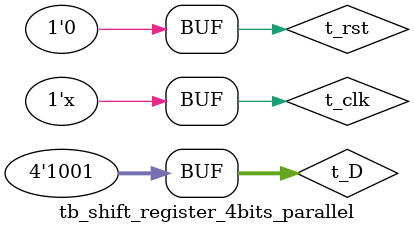
<source format=v>
module tb_shift_register_4bits_parallel;

reg t_clk;
reg t_rst;
reg [3:0] t_D;
wire [3:0] t_Q;
wire [3:0] t_Qbar;


shift_register_4bits_parallel t_shift_register_4bits_parallel
(
	.clk(t_clk),
	.rst(t_rst),
	.D(t_D),
	.Q(t_Q),
	.Qbar(t_Qbar)
);

initial
begin
	t_clk = 1'b1;
	t_rst = 1'b0;
	t_D = 4'b0000;
end

always
begin
	#5 t_clk = ~t_clk;
end

initial
begin
	#10 t_D = 4'b1010; t_rst = 1'b0;
	#10 t_D = 4'b1110; t_rst = 1'b0;
	#10 t_D = 4'b1011; t_rst = 1'b1;
	#10 t_D = 4'b1111; t_rst = 1'b1;
	#10 t_D = 4'b1011; t_rst = 1'b0;
	#10 t_D = 4'b1111; t_rst = 1'b0;
	#10 t_D = 4'b1001; t_rst = 1'b1;
	#10 t_D = 4'b1001; t_rst = 1'b0;
end

endmodule
</source>
